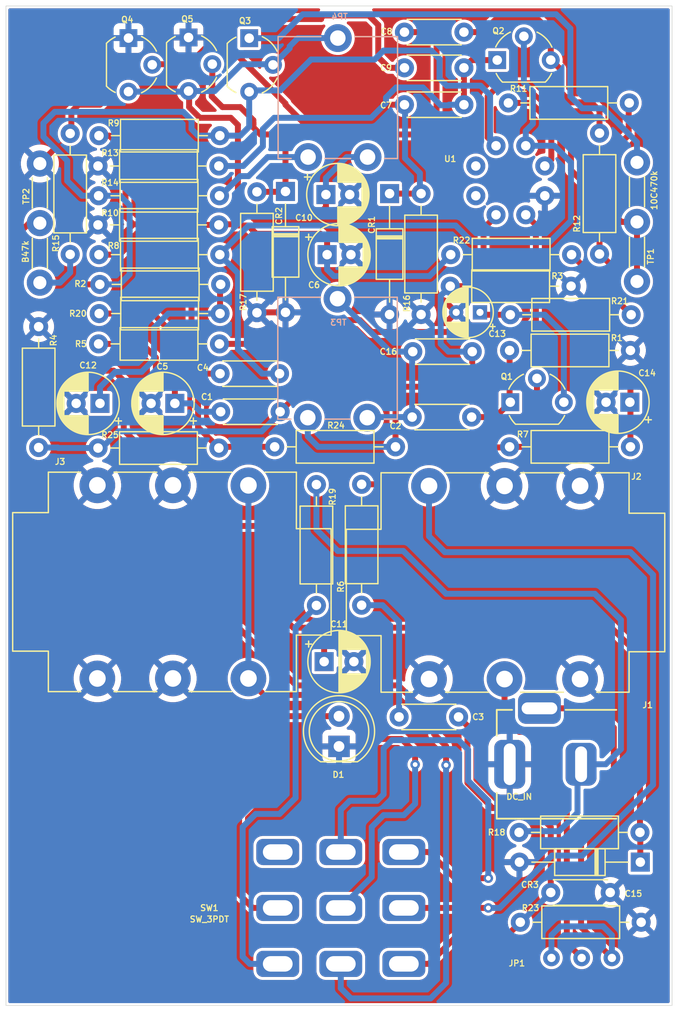
<source format=kicad_pcb>
(kicad_pcb (version 20241129) (generator "pcbnew") (generator_version "9.0")
  (layers (0 "F.Cu" signal) (2 "B.Cu" signal) (13 "F.Paste" user) (15 "B.Paste" user) (5 "F.SilkS" user "F.Silkscreen") (7 "B.SilkS" user "B.Silkscreen") (1 "F.Mask" user) (3 "B.Mask" user) (25 "Edge.Cuts" user) (39 "User.1" signal) (41 "User.2" signal) (43 "User.3" signal) (45 "User.4" signal) (47 "User.5" signal) (49 "User.6" signal) (51 "User.7" signal) (53 "User.8" signal) (55 "User.9" signal))
  (net 0 "")
  (net 1 "Net-(C3-Pad2)")
  (net 2 "GND")
  (net 3 "Net-(Q2-B)")
  (net 4 "Net-(Q3-B)")
  (net 5 "Net-(Q2-C)")
  (net 8 "Net-(Q1-B)")
  (net 9 "Net-(Q1-C)")
  (net 10 "Net-(Q2-E)")
  (net 11 "Net-(CR2-K)")
  (net 12 "Net-(C9-Pad2)")
  (net 13 "Net-(R15-Pad2)")
  (net 14 "Net-(R14-Pad2)")
  (net 15 "Net-(Q1-E)")
  (net 16 "Net-(C16-Pad1)")
  (net 17 "Net-(R20-Pad2)")
  (net 18 "Net-(C12-Pad1)")
  (net 19 "VCC")
  (net 20 "Net-(U1-+)")
  (net 21 "Net-(U1--)")
  (net 22 "Net-(C1-Pad2)")
  (net 23 "VB")
  (net 24 "Net-(Q3-E)")
  (net 25 "Net-(R11-Pad2)")
  (net 26 "Net-(CR1-K)")
  (net 27 "Net-(C14-Pad1)")
  (net 28 "Net-(SW1A-B)")
  (net 29 "BYPASS")
  (net 30 "Net-(SW1A-C)")
  (net 31 "Net-(SW1B-B)")
  (net 32 "Net-(SW1B-C)")
  (net 33 "Net-(R11-Pad1)")
  (net 34 "Net-(D1-A)")
  (net 35 "Net-(SW1C-C)")
  (net 36 "Net-(JP1-+)")
  (net 37 "Net-(JP1--)")
  (net 39 "Net-(J1-Pad2)")
  (footprint "Resistor_THT:R_Axial_DIN0207_L6.3mm_D2.5mm_P10.16mm_Horizontal" (layer "F.Cu") (at 25.4 35 180)
    (property "Reference" "R23")
    (property "Value" "4.7M")
  )
  (footprint "Capacitor_THT:C_Disc_D4.3mm_W1.9mm_P5.00mm" (layer "F.Cu") (at -4.95 -7.9 180)
    (property "Reference" "C1")
    (property "Value" "10n")
  )
  (footprint "Connector_Audio:Jack_6.35mm_Neutrik_NMJ6HCD2_Horizontal" (layer "F.Cu") (at 7.565 -1.665)
    (property "Reference" "J2")
    (property "Value" "INPUT")
  )
  (footprint "myFoot:my_conn" (layer "F.Cu") (at 17.86 38 -90)
    (property "Reference" "JP1")
    (property "Value" "Battery")
  )
  (footprint "Capacitor_THT:CP_Radial_D5.0mm_P2.00mm" (layer "F.Cu") (at -1.1 -26.15)
    (property "Reference" "C10")
    (property "Value" "10u")
  )
  (footprint "Package_TO_SOT_THT:TO-92_Wide" (layer "F.Cu") (at 14.1 -8.7)
    (property "Reference" "Q1")
    (property "Value" "MPSA18")
  )
  (footprint "Resistor_THT:R_Axial_DIN0207_L6.3mm_D2.5mm_P10.16mm_Horizontal" (layer "F.Cu") (at -20.18 -21.1)
    (property "Reference" "R8")
    (property "Value" "150k")
  )
  (footprint "Capacitor_THT:CP_Radial_D5.0mm_P2.00mm" (layer "F.Cu") (at -1 -21.1)
    (property "Reference" "C6")
    (property "Value" "1u")
  )
  (footprint "Diode_THT:D_DO-35_SOD27_P10.16mm_Horizontal" (layer "F.Cu") (at 25.33 29.95 180)
    (property "Reference" "CR3")
    (property "Value" "1N4007")
  )
  (footprint "Resistor_THT:R_Axial_DIN0207_L6.3mm_D2.5mm_P10.16mm_Horizontal" (layer "F.Cu") (at 25.3 27.45 180)
    (property "Reference" "R18")
    (property "Value" "100R")
  )
  (footprint "Resistor_THT:R_Axial_DIN0207_L6.3mm_D2.5mm_P10.16mm_Horizontal" (layer "F.Cu") (at -20.26 -4.85)
    (property "Reference" "R25")
    (property "Value" "1k")
  )
  (footprint "Capacitor_THT:C_Disc_D4.3mm_W1.9mm_P5.00mm" (layer "F.Cu") (at 10.5 -39.8 180)
    (property "Reference" "C8")
    (property "Value" "10n")
  )
  (footprint "Capacitor_THT:C_Disc_D4.3mm_W1.9mm_P5.00mm" (layer "F.Cu") (at 6.15 -7.45)
    (property "Reference" "C2")
    (property "Value" "1u")
  )
  (footprint "Resistor_THT:R_Axial_DIN0207_L6.3mm_D2.5mm_P10.16mm_Horizontal" (layer "F.Cu") (at 24.5 -4.95 180)
    (property "Reference" "R7")
    (property "Value" "470k")
  )
  (footprint "Package_TO_SOT_THT:TO-92_Wide" (layer "F.Cu") (at 13 -37.45)
    (property "Reference" "Q2")
    (property "Value" "MPSA18")
  )
  (footprint "Resistor_THT:R_Axial_DIN0207_L6.3mm_D2.5mm_P10.16mm_Horizontal" (layer "F.Cu") (at 19.51 -18.45 180)
    (property "Reference" "R3")
    (property "Value" "1M")
  )
  (footprint "Resistor_THT:R_Axial_DIN0207_L6.3mm_D2.5mm_P10.16mm_Horizontal" (layer "F.Cu") (at -20.26 -28.55)
    (property "Reference" "R13")
    (property "Value" "4.7k")
  )
  (footprint "LED_THT:LED_D5.0mm" (layer "F.Cu") (at 0 20.225 90)
    (property "Reference" "D1")
    (property "Value" "LED")
  )
  (footprint "Capacitor_THT:C_Disc_D4.3mm_W1.9mm_P5.00mm" (layer "F.Cu") (at 10.5 -33.7 180)
    (property "Reference" "C7")
    (property "Value" "10n")
  )
  (footprint "Capacitor_THT:CP_Radial_D5.0mm_P2.00mm" (layer "F.Cu") (at 24.45 -8.7 180)
    (property "Reference" "C14")
    (property "Value" "1u")
  )
  (footprint "Resistor_THT:R_Axial_DIN0207_L6.3mm_D2.5mm_P10.16mm_Horizontal" (layer "F.Cu") (at -5.41 -4.95)
    (property "Reference" "R24")
    (property "Value" "1k")
  )
  (footprint "Diode_THT:D_DO-35_SOD27_P10.16mm_Horizontal" (layer "F.Cu") (at 4.25 -26.23 -90)
    (property "Reference" "CR1")
    (property "Value" "1N4148")
  )
  (footprint "Resistor_THT:R_Axial_DIN0207_L6.3mm_D2.5mm_P10.16mm_Horizontal" (layer "F.Cu") (at -10 -16.15 180)
    (property "Reference" "R20")
    (property "Value" "220k")
  )
  (footprint "Resistor_THT:R_Axial_DIN0207_L6.3mm_D2.5mm_P10.16mm_Horizontal" (layer "F.Cu") (at -9.95 -18.6 180)
    (property "Reference" "R2")
    (property "Value" "220k")
  )
  (footprint "myFoot:my_sw_3pdt" (layer "F.Cu") (at 0.15 33.8 -90)
    (property "Reference" "SW1")
    (property "Value" "SW_3PDT")
  )
  (footprint "Connector_Audio:Jack_6.35mm_Neutrik_NMJ6HCD2_Horizontal" (layer "F.Cu") (at -7.615 14.515 180)
    (property "Reference" "J3")
    (property "Value" "OUTPUT")
  )
  (footprint "Capacitor_THT:C_Disc_D4.3mm_W1.9mm_P5.00mm" (layer "F.Cu") (at 17.8 32.5)
    (property "Reference" "C15")
    (property "Value" "470p")
  )
  (footprint "Resistor_THT:R_Axial_DIN0207_L6.3mm_D2.5mm_P10.16mm_Horizontal" (layer "F.Cu") (at 24.4 -33.85 180)
    (property "Reference" "R11")
    (property "Value" "27k")
  )
  (footprint "Capacitor_THT:C_Disc_D4.3mm_W1.9mm_P5.00mm" (layer "F.Cu") (at 6.2 -12.95)
    (property "Reference" "C16")
    (property "Value" "2.2n")
  )
  (footprint "Package_TO_SOT_THT:TO-92_Wide" (layer "F.Cu") (at -12.65 -39.65 -90)
    (property "Reference" "Q5")
    (property "Value" "MPSA18")
  )
  (footprint "Package_DIP:DIP-8_W7.62mm" (layer "F.Cu") (at 11.5 -28.55)
    (property "Reference" "U1")
    (property "Value" "CA3080" (hide yes))
  )
  (footprint "Resistor_THT:R_Axial_DIN0207_L6.3mm_D2.5mm_P10.16mm_Horizontal" (layer "F.Cu") (at -1.9 -1.78 -90)
    (property "Reference" "R19")
    (property "Value" "3.9k")
  )
  (footprint "Resistor_THT:R_Axial_DIN0207_L6.3mm_D2.5mm_P10.16mm_Horizontal" (layer "F.Cu") (at 1.9 -1.8 -90)
    (property "Reference" "R6")
    (property "Value" "10k")
  )
  (footprint "Resistor_THT:R_Axial_DIN0207_L6.3mm_D2.5mm_P10.16mm_Horizontal" (layer "F.Cu") (at -20.18 -31.1)
    (property "Reference" "R9")
    (property "Value" "56k")
  )
  (footprint "Capacitor_THT:CP_Radial_D5.0mm_P2.50mm" (layer "F.Cu") (at -1.25 13.1)
    (property "Reference" "C11")
    (property "Value" "100u")
  )
  (footprint "Resistor_THT:R_Axial_DIN0207_L6.3mm_D2.5mm_P10.16mm_Horizontal" (layer "F.Cu") (at 21.9 -31.31 -90)
    (property "Reference" "R12")
    (property "Value" "4.7k")
  )
  (footprint "Resistor_THT:R_Axial_DIN0207_L6.3mm_D2.5mm_P10.16mm_Horizontal" (layer "F.Cu") (at 6.9 -16.07 90)
    (property "Reference" "R16")
    (property "Value" "1M")
  )
  (footprint "Resistor_THT:R_Axial_DIN0207_L6.3mm_D2.5mm_P10.16mm_Horizontal" (layer "F.Cu") (at -22.6 -31.28 -90)
    (property "Reference" "R15")
    (property "Value" "10k")
  )
  (footprint "myFoot:my_pot_5mm" (layer "F.Cu") (at 25.05 -23.85 90)
    (property "Reference" "TP1")
    (property "Value" "10C470k")
  )
  (footprint "myFoot:my_DC_Jack" (layer "F.Cu") (at 27.85 21.725 180)
    (property "Reference" "J1")
    (property "Value" "DC_IN")
  )
  (footprint "Resistor_THT:R_Axial_DIN0207_L6.3mm_D2.5mm_P10.16mm_Horizontal" (layer "F.Cu") (at 24.5 -13.05 180)
    (property "Reference" "R1")
    (property "Value" "10k")
  )
  (footprint "Package_TO_SOT_THT:TO-92_Wide" (layer "F.Cu") (at -17.7 -39.6 -90)
    (property "Reference" "Q4")
    (property "Value" "MPSA18")
  )
  (footprint "Capacitor_THT:C_Disc_D4.3mm_W1.9mm_P5.00mm" (layer "F.Cu") (at 10.5 -36.8 180)
    (property "Reference" "C9")
    (property "Value" "47n")
  )
  (footprint "myFoot:my_pot_5mm" (layer "F.Cu") (at -25.15 -23.75 -90)
    (property "Reference" "TP2")
    (property "Value" "B47k")
  )
  (footprint "Resistor_THT:R_Axial_DIN0207_L6.3mm_D2.5mm_P10.16mm_Horizontal" (layer "F.Cu") (at -20.26 -23.6)
    (property "Reference" "R10")
    (property "Value" "27k")
  )
  (footprint "Capacitor_THT:CP_Radial_D4.0mm_P2.00mm" (layer "F.Cu") (at 11.85 -16.25 180)
    (property "Reference" "C13")
    (property "Value" "1u")
  )
  (footprint "Capacitor_THT:C_Disc_D4.3mm_W1.9mm_P5.00mm" (layer "F.Cu") (at -10 -11.1)
    (property "Reference" "C4")
    (property "Value" "1n")
  )
  (footprint "Resistor_THT:R_Axial_DIN0207_L6.3mm_D2.5mm_P10.16mm_Horizontal" (layer "F.Cu") (at -25.25 -15.05 -90)
    (property "Reference" "R4")
    (property "Value" "1M")
  )
  (footprint "Resistor_THT:R_Axial_DIN0207_L6.3mm_D2.5mm_P10.16mm_Horizontal" (layer "F.Cu") (at 14.4 -16.05)
    (property "Reference" "R21")
    (property "Value" "10k")
  )
  (footprint "Capacitor_THT:CP_Radial_D5.0mm_P2.00mm" (layer "F.Cu") (at -20.094888 -8.6 180)
    (property "Reference" "C12")
    (property "Value" "1u")
  )
  (footprint "Resistor_THT:R_Axial_DIN0207_L6.3mm_D2.5mm_P10.16mm_Horizontal" (layer "F.Cu") (at -20.21 -26.05)
    (property "Reference" "R14")
    (property "Value" "10k")
  )
  (footprint "Resistor_THT:R_Axial_DIN0207_L6.3mm_D2.5mm_P10.16mm_Horizontal" (layer "F.Cu") (at 19.55 -21.1 180)
    (property "Reference" "R22")
    (property "Value" "470k")
  )
  (footprint "Resistor_THT:R_Axial_DIN0207_L6.3mm_D2.5mm_P10.16mm_Horizontal" (layer "F.Cu") (at -6.9 -16.22 90)
    (property "Reference" "R17")
    (property "Value" "1M")
  )
  (footprint "Capacitor_THT:CP_Radial_D5.0mm_P2.00mm" (layer "F.Cu") (at -13.8 -8.6 180)
    (property "Reference" "C5")
    (property "Value" "1u")
  )
  (footprint "Capacitor_THT:C_Disc_D4.3mm_W1.9mm_P5.00mm" (layer "F.Cu") (at 10.05 17.75 180)
    (property "Reference" "C3")
    (property "Value" "10n")
  )
  (footprint "Diode_THT:D_DO-35_SOD27_P10.16mm_Horizontal" (layer "F.Cu") (at -4.5 -26.41 -90)
    (property "Reference" "CR2")
    (property "Value" "1N4148")
  )
  (footprint "Resistor_THT:R_Axial_DIN0207_L6.3mm_D2.5mm_P10.16mm_Horizontal" (layer "F.Cu") (at -20.21 -13.6)
    (property "Reference" "R5")
    (property "Value" "15k")
  )
  (footprint "Package_TO_SOT_THT:TO-92_Wide" (layer "F.Cu") (at -7.55 -39.59 -90)
    (property "Reference" "Q3")
    (property "Value" "MPSA18")
  )
  (footprint "Potentiometer_THT:Potentiometer_ACP_CA9-V10_Vertical_Hole" (layer "B.Cu") (at -2.6 -29.3 90)
    (property "Reference" "TP4")
    (property "Value" "200k")
  )
  (footprint "Potentiometer_THT:Potentiometer_ACP_CA9-V10_Vertical_Hole" (layer "B.Cu") (at -2.625 -7.4 90)
    (property "Reference" "TP3")
    (property "Value" "200k")
  )
  (gr_rect (start -28 -42) (end 28 42) (stroke (width 0.05)) (fill no) (layer "Edge.Cuts"))
  (segment (start 5.05 9.75) (end 3.66 8.36) (width 0.5) (layer "B.Cu") (net 1))
  (segment (start 5.05 17.75) (end 5.05 9.75) (width 0.5) (layer "B.Cu") (net 1))
  (segment (start 3.66 8.36) (end 1.9 8.36) (width 0.5) (layer "B.Cu") (net 1))
  (segment (start -6.87 -16.25) (end -6.9 -16.22) (width 0.5) (layer "F.Cu") (net 2))
  (segment (start -4.5 -16.25) (end -6.87 -16.25) (width 0.5) (layer "F.Cu") (net 2))
  (segment (start -8.5 -19.55) (end -10.02 -21.07) (width 0.5) (layer "B.Cu") (net 3))
  (segment (start 15.7 -31.5) (end 15.7 -30.25) (width 0.5) (layer "B.Cu") (net 3))
  (segment (start -5 -11.1) (end -6.45 -11.1) (width 0.5) (layer "B.Cu") (net 3))
  (segment (start -10.02 -21.07) (end -10.02 -21.1) (width 0.5) (layer "B.Cu") (net 3))
  (segment (start 15.54 -39.45) (end 15.54 -35.56) (width 0.5) (layer "B.Cu") (net 3))
  (segment (start -10.02 -21.1) (end -10.02 -21.13) (width 0.5) (layer "B.Cu") (net 3))
  (segment (start 16.3 -34.8) (end 16.3 -32.1) (width 0.5) (layer "B.Cu") (net 3))
  (segment (start 18.1 -30.25) (end 15.7 -30.25) (width 0.5) (layer "B.Cu") (net 3))
  (segment (start 11.2 -22.15) (end 17.7 -22.15) (width 0.5) (layer "B.Cu") (net 3))
  (segment (start -10.02 -21.13) (end -7.6 -23.55) (width 0.5) (layer "B.Cu") (net 3))
  (segment (start 17.7 -22.15) (end 19.5 -23.95) (width 0.5) (layer "B.Cu") (net 3))
  (segment (start -6.45 -11.1) (end -8.5 -13.15) (width 0.5) (layer "B.Cu") (net 3))
  (segment (start 16.3 -32.1) (end 15.7 -31.5) (width 0.5) (layer "B.Cu") (net 3))
  (segment (start -8.5 -13.15) (end -8.5 -19.55) (width 0.5) (layer "B.Cu") (net 3))
  (segment (start 15.54 -35.56) (end 16.3 -34.8) (width 0.5) (layer "B.Cu") (net 3))
  (segment (start 19.5 -28.85) (end 18.1 -30.25) (width 0.5) (layer "B.Cu") (net 3))
  (segment (start 19.5 -23.95) (end 19.5 -28.85) (width 0.5) (layer "B.Cu") (net 3))
  (segment (start -7.6 -23.55) (end 9.8 -23.55) (width 0.5) (layer "B.Cu") (net 3))
  (segment (start 9.8 -23.55) (end 11.2 -22.15) (width 0.5) (layer "B.Cu") (net 3))
  (segment (start -8.5 -32) (end -8.5 -25.7) (width 0.5) (layer "F.Cu") (net 4))
  (segment (start -12.6 -34.8) (end -12.6 -33.5) (width 0.5) (layer "F.Cu") (net 4))
  (segment (start -12.65 -34.85) (end -12.6 -34.8) (width 0.5) (layer "F.Cu") (net 4))
  (segment (start -9.1 -32.6) (end -8.5 -32) (width 0.5) (layer "F.Cu") (net 4))
  (segment (start -1.1 -25.1) (end -1.1 -26.15) (width 0.5) (layer "F.Cu") (net 4))
  (segment (start -12.6 -33.5) (end -11.7 -32.6) (width 0.5) (layer "F.Cu") (net 4))
  (segment (start -7.5 -24.7) (end -1.5 -24.7) (width 0.5) (layer "F.Cu") (net 4))
  (segment (start -11.7 -32.6) (end -9.1 -32.6) (width 0.5) (layer "F.Cu") (net 4))
  (segment (start -8.5 -25.7) (end -7.5 -24.7) (width 0.5) (layer "F.Cu") (net 4))
  (segment (start -1.5 -24.7) (end -1.1 -25.1) (width 0.5) (layer "F.Cu") (net 4))
  (segment (start -5.6 -37.1) (end -5.55 -37.05) (width 0.5) (layer "B.Cu") (net 4))
  (segment (start -8.2 -37.1) (end -5.6 -37.1) (width 0.5) (layer "B.Cu") (net 4))
  (segment (start -3.45 -39.3) (end -4.15 -38.6) (width 0.5) (layer "B.Cu") (net 4))
  (segment (start -1.1 -26.15) (end -1.1 -27.55) (width 0.5) (layer "B.Cu") (net 4))
  (segment (start 0.65 -29.3) (end 2.4 -29.3) (width 0.5) (layer "B.Cu") (net 4))
  (segment (start -4.15 -38.45) (end -4.15 -38.6) (width 0.5) (layer "B.Cu") (net 4))
  (segment (start -17.7 -34.8) (end -12.7 -34.8) (width 0.5) (layer "B.Cu") (net 4))
  (segment (start -1.1 -27.55) (end 0.65 -29.3) (width 0.5) (layer "B.Cu") (net 4))
  (segment (start -12.65 -34.85) (end -10.45 -34.85) (width 0.5) (layer "B.Cu") (net 4))
  (segment (start -0.1 -39.3) (end -3.45 -39.3) (width 0.5) (layer "B.Cu") (net 4))
  (segment (start -10.45 -34.85) (end -8.2 -37.1) (width 0.5) (layer "B.Cu") (net 4))
  (segment (start -5.55 -37.05) (end -4.15 -38.45) (width 0.5) (layer "B.Cu") (net 4))
  (segment (start -12.7 -34.8) (end -12.65 -34.85) (width 0.5) (layer "B.Cu") (net 4))
  (segment (start 18.6 -34.8) (end 19.5 -33.9) (width 0.5) (layer "F.Cu") (net 5))
  (segment (start 13.1 -40.8) (end 16.8 -40.8) (width 0.5) (layer "F.Cu") (net 5))
  (segment (start 21.9 -33.2) (end 21.9 -31.31) (width 0.5) (layer "F.Cu") (net 5))
  (segment (start 17.8 -37.45) (end 17.85 -37.45) (width 0.5) (layer "F.Cu") (net 5))
  (segment (start 21.2 -33.9) (end 21.9 -33.2) (width 0.5) (layer "F.Cu") (net 5))
  (segment (start 17.85 -37.45) (end 18.6 -36.7) (width 0.5) (layer "F.Cu") (net 5))
  (segment (start 12.1 -39.8) (end 13.1 -40.8) (width 0.5) (layer "F.Cu") (net 5))
  (segment (start 10.5 -39.8) (end 12.1 -39.8) (width 0.5) (layer "F.Cu") (net 5))
  (segment (start 18.6 -36.7) (end 18.6 -34.8) (width 0.5) (layer "F.Cu") (net 5))
  (segment (start 16.8 -40.8) (end 17.8 -39.8) (width 0.5) (layer "F.Cu") (net 5))
  (segment (start 19.5 -33.9) (end 21.2 -33.9) (width 0.5) (layer "F.Cu") (net 5))
  (segment (start 17.8 -39.8) (end 17.8 -37.45) (width 0.5) (layer "F.Cu") (net 5))
  (segment (start 4.45 -1.8) (end 7.55 -4.9) (width 0.5) (layer "F.Cu") (net 8))
  (segment (start 16.64 -10.7) (end 16.64 -5.49) (width 0.5) (layer "F.Cu") (net 8))
  (segment (start 1.9 -1.8) (end 4.45 -1.8) (width 0.5) (layer "F.Cu") (net 8))
  (segment (start 7.55 -4.9) (end 14.29 -4.9) (width 0.5) (layer "F.Cu") (net 8))
  (segment (start 14.29 -4.9) (end 14.34 -4.95) (width 0.5) (layer "F.Cu") (net 8))
  (segment (start 16.64 -5.49) (end 16.1 -4.95) (width 0.5) (layer "F.Cu") (net 8))
  (segment (start 16.1 -4.95) (end 14.34 -4.95) (width 0.5) (layer "F.Cu") (net 8))
  (segment (start 12.05 -16.05) (end 11.85 -16.25) (width 0.5) (layer "F.Cu") (net 9))
  (segment (start 14.4 -16.05) (end 12.05 -16.05) (width 0.5) (layer "F.Cu") (net 9))
  (segment (start 18.9 -14.45) (end 18.9 -8.7) (width 0.5) (layer "B.Cu") (net 9))
  (segment (start 14.4 -16.05) (end 17.3 -16.05) (width 0.5) (layer "B.Cu") (net 9))
  (segment (start 17.3 -16.05) (end 18.9 -14.45) (width 0.5) (layer "B.Cu") (net 9))
  (segment (start 10.5 -33.7) (end 10.5 -36.8) (width 0.5) (layer "F.Cu") (net 10))
  (segment (start 13.3 -37.45) (end 11.15 -37.45) (width 0.5) (layer "F.Cu") (net 10))
  (segment (start 11.15 -37.45) (end 10.5 -36.8) (width 0.5) (layer "F.Cu") (net 10))
  (segment (start 2.7 -32.6) (end 3.95 -33.85) (width 0.5) (layer "B.Cu") (net 10))
  (segment (start -10.1 -28.55) (end -8.05 -28.55) (width 0.5) (layer "B.Cu") (net 10))
  (segment (start -5.45 -32.6) (end 2.7 -32.6) (width 0.5) (layer "B.Cu") (net 10))
  (segment (start 3.95 -33.85) (end 3.95 -34.3) (width 0.5) (layer "B.Cu") (net 10))
  (segment (start -6.4 -31.65) (end -5.45 -32.6) (width 0.5) (layer "B.Cu") (net 10))
  (segment (start 9.2 -33.65) (end 9.25 -33.7) (width 0.5) (layer "B.Cu") (net 10))
  (segment (start 9.25 -33.7) (end 10.5 -33.7) (width 0.5) (layer "B.Cu") (net 10))
  (segment (start -8.05 -28.55) (end -6.4 -30.2) (width 0.5) (layer "B.Cu") (net 10))
  (segment (start 3.95 -34.3) (end 4.8 -35.15) (width 0.5) (layer "B.Cu") (net 10))
  (segment (start -6.4 -30.2) (end -6.4 -31.65) (width 0.5) (layer "B.Cu") (net 10))
  (segment (start 7.05 -35.15) (end 8.55 -33.65) (width 0.5) (layer "B.Cu") (net 10))
  (segment (start 8.55 -33.65) (end 9.2 -33.65) (width 0.5) (layer "B.Cu") (net 10))
  (segment (start 4.8 -35.15) (end 7.05 -35.15) (width 0.5) (layer "B.Cu") (net 10))
  (segment (start -9.8 -33.5) (end -8.3 -33.5) (width 0.5) (layer "F.Cu") (net 11))
  (segment (start -7.2 -32.2) (end -7.2 -31.8) (width 0.5) (layer "F.Cu") (net 11))
  (segment (start -10.7 -34.4) (end -9.8 -33.5) (width 0.5) (layer "F.Cu") (net 11))
  (segment (start -10.65 -35.25) (end -10.7 -35.2) (width 0.5) (layer "F.Cu") (net 11))
  (segment (start 6.9 -31.2) (end -3.4 -31.2) (width 0.5) (layer "F.Cu") (net 11))
  (segment (start -10.65 -37.11) (end -10.65 -35.25) (width 0.5) (layer "F.Cu") (net 11))
  (segment (start -8.3 -33.5) (end -7.2 -32.4) (width 0.5) (layer "F.Cu") (net 11))
  (segment (start -5.6 -31.2) (end -4.5 -30.1) (width 0.5) (layer "F.Cu") (net 11))
  (segment (start -7.2 -32) (end -7.2 -32.2) (width 0.5) (layer "F.Cu") (net 11))
  (segment (start -7.2 -31.8) (end -6.6 -31.2) (width 0.5) (layer "F.Cu") (net 11))
  (segment (start 8.2 -38.9) (end 8.2 -32.5) (width 0.5) (layer "F.Cu") (net 11))
  (segment (start 7.3 -39.8) (end 8.2 -38.9) (width 0.5) (layer "F.Cu") (net 11))
  (segment (start 8.2 -32.5) (end 7 -31.3) (width 0.5) (layer "F.Cu") (net 11))
  (segment (start 7 -31.3) (end 7.2 -31.5) (width 0.5) (layer "F.Cu") (net 11))
  (segment (start -6.9 -26.38) (end -4.53 -26.38) (width 0.5) (layer "F.Cu") (net 11))
  (segment (start 5.5 -39.8) (end 7.3 -39.8) (width 0.5) (layer "F.Cu") (net 11))
  (segment (start -10.7 -35.2) (end -10.7 -34.4) (width 0.5) (layer "F.Cu") (net 11))
  (segment (start 7.2 -31.5) (end 6.9 -31.2) (width 0.5) (layer "F.Cu") (net 11))
  (segment (start -4.53 -26.38) (end -4.5 -26.41) (width 0.5) (layer "F.Cu") (net 11))
  (segment (start -6.6 -31.2) (end -5.6 -31.2) (width 0.5) (layer "F.Cu") (net 11))
  (segment (start -4.5 -30.1) (end -4.5 -26.41) (width 0.5) (layer "F.Cu") (net 11))
  (segment (start -3.4 -31.2) (end -4.5 -30.1) (width 0.5) (layer "F.Cu") (net 11))
  (segment (start -7.2 -32.4) (end -7.2 -32) (width 0.5) (layer "F.Cu") (net 11))
  (segment (start 2.5 -41.2) (end -1.3 -41.2) (width 0.5) (layer "F.Cu") (net 12))
  (segment (start -20.1 -33.7) (end -21.9 -33.7) (width 0.5) (layer "F.Cu") (net 12))
  (segment (start -18.7 -40.9) (end -19.4 -40.2) (width 0.5) (layer "F.Cu") (net 12))
  (segment (start -1.5 -40.9) (end -18.7 -40.9) (width 0.5) (layer "F.Cu") (net 12))
  (segment (start 3.3 -37.7) (end 3.3 -40.4) (width 0.5) (layer "F.Cu") (net 12))
  (segment (start -22.5 -31.38) (end -22.6 -31.28) (width 0.5) (layer "F.Cu") (net 12))
  (segment (start 3.3 -40.4) (end 2.5 -41.2) (width 0.5) (layer "F.Cu") (net 12))
  (segment (start 4.2 -36.8) (end 3.3 -37.7) (width 0.5) (layer "F.Cu") (net 12))
  (segment (start -22.5 -33.1) (end -22.5 -31.38) (width 0.5) (layer "F.Cu") (net 12))
  (segment (start -1.5 -41) (end -1.5 -40.9) (width 0.5) (layer "F.Cu") (net 12))
  (segment (start -21.9 -33.7) (end -22.5 -33.1) (width 0.5) (layer "F.Cu") (net 12))
  (segment (start -19.4 -40.2) (end -19.4 -34.4) (width 0.5) (layer "F.Cu") (net 12))
  (segment (start 5.5 -36.8) (end 4.2 -36.8) (width 0.5) (layer "F.Cu") (net 12))
  (segment (start -1.3 -41.2) (end -1.5 -41) (width 0.5) (layer "F.Cu") (net 12))
  (segment (start -19.4 -34.4) (end -20.1 -33.7) (width 0.5) (layer "F.Cu") (net 12))
  (segment (start -22.6 -19.6) (end -23.4538 -18.7462) (width 0.5) (layer "B.Cu") (net 13))
  (segment (start -22.6 -21.12) (end -22.6 -19.6) (width 0.5) (layer "B.Cu") (net 13))
  (segment (start -23.4538 -18.7462) (end -25.15 -18.7462) (width 0.5) (layer "B.Cu") (net 13))
  (segment (start -6 -29.3) (end -2.6 -29.3) (width 0.5) (layer "B.Cu") (net 14))
  (segment (start -8.3 -27.7) (end -7.6 -27.7) (width 0.5) (layer "B.Cu") (net 14))
  (segment (start -10.05 -26.05) (end -9.95 -26.05) (width 0.5) (layer "B.Cu") (net 14))
  (segment (start -9.95 -26.05) (end -8.3 -27.7) (width 0.5) (layer "B.Cu") (net 14))
  (segment (start -7.6 -27.7) (end -6 -29.3) (width 0.5) (layer "B.Cu") (net 14))
  (segment (start 14.34 -13.05) (end 14.34 -8.76) (width 0.5) (layer "F.Cu") (net 15))
  (segment (start 14.34 -8.76) (end 14.4 -8.7) (width 0.5) (layer "F.Cu") (net 15))
  (segment (start 13.15 -7.45) (end 14.4 -8.7) (width 0.5) (layer "F.Cu") (net 15))
  (segment (start 11.15 -7.45) (end 13.15 -7.45) (width 0.5) (layer "F.Cu") (net 15))
  (segment (start 6.15 -7.45) (end 2.425 -7.45) (width 0.5) (layer "B.Cu") (net 16))
  (segment (start 4.3 -12.95) (end 6.2 -12.95) (width 0.5) (layer "B.Cu") (net 16))
  (segment (start -0.125 -17.375) (end 4.3 -12.95) (width 0.5) (layer "B.Cu") (net 16))
  (segment (start -0.125 -17.4) (end -0.125 -17.375) (width 0.5) (layer "B.Cu") (net 16))
  (segment (start 6.15 -7.45) (end 6.15 -12.9) (width 0.5) (layer "B.Cu") (net 16))
  (segment (start 6.15 -12.9) (end 6.2 -12.95) (width 0.5) (layer "B.Cu") (net 16))
  (segment (start 2.425 -7.45) (end 2.375 -7.4) (width 0.5) (layer "B.Cu") (net 16))
  (segment (start -18.65 -16.15) (end -18.6 -16.1) (width 0.5) (layer "F.Cu") (net 17))
  (segment (start -14.05 -14.55) (end -14.05 -11.6) (width 0.5) (layer "F.Cu") (net 17))
  (segment (start -10 -4.95) (end -10.1 -4.85) (width 0.5) (layer "F.Cu") (net 17))
  (segment (start -18.6 -16.1) (end -15.6 -16.1) (width 0.5) (layer "F.Cu") (net 17))
  (segment (start -14.05 -11.6) (end -11.85 -9.4) (width 0.5) (layer "F.Cu") (net 17))
  (segment (start -11.85 -9.4) (end -11.85 -6.6) (width 0.5) (layer "F.Cu") (net 17))
  (segment (start -20.16 -16.15) (end -18.65 -16.15) (width 0.5) (layer "F.Cu") (net 17))
  (segment (start -11.85 -6.6) (end -10.1 -4.85) (width 0.5) (layer "F.Cu") (net 17))
  (segment (start -5.41 -4.95) (end -10 -4.95) (width 0.5) (layer "F.Cu") (net 17))
  (segment (start -15.6 -16.1) (end -14.05 -14.55) (width 0.5) (layer "F.Cu") (net 17))
  (segment (start -10 -18.55) (end -10 -16.15) (width 0.5) (layer "F.Cu") (net 18))
  (segment (start -9.95 -18.6) (end -10 -18.55) (width 0.5) (layer "F.Cu") (net 18))
  (segment (start -18.8 -11.25) (end -20.094888 -9.955112) (width 0.5) (layer "B.Cu") (net 18))
  (segment (start -20.094888 -9.955112) (end -20.094888 -8.6) (width 0.5) (layer "B.Cu") (net 18))
  (segment (start -10 -16.15) (end -14.35 -16.15) (width 0.5) (layer "B.Cu") (net 18))
  (segment (start -14.35 -16.15) (end -15.55 -14.95) (width 0.5) (layer "B.Cu") (net 18))
  (segment (start -16.6 -11.25) (end -18.8 -11.25) (width 0.5) (layer "B.Cu") (net 18))
  (segment (start -15.55 -12.3) (end -16.6 -11.25) (width 0.5) (layer "B.Cu") (net 18))
  (segment (start -15.55 -14.95) (end -15.55 -12.3) (width 0.5) (layer "B.Cu") (net 18))
  (segment (start -5 3.35) (end -5 9.1) (width 0.5) (layer "F.Cu") (net 19))
  (segment (start 12.5 -34.4) (end 13.6 -35.5) (width 0.5) (layer "F.Cu") (net 19))
  (segment (start -2.2 10.25) (end -1.25 11.2) (width 0.5) (layer "F.Cu") (net 19))
  (segment (start 22.9 10.25) (end -0.3 10.25) (width 0.5) (layer "F.Cu") (net 19))
  (segment (start 13.6 -35.5) (end 16.5 -35.5) (width 0.5) (layer "F.Cu") (net 19))
  (segment (start 16.5 -35.5) (end 19.5 -32.5) (width 0.5) (layer "F.Cu") (net 19))
  (segment (start -0.3 10.25) (end -1.25 11.2) (width 0.5) (layer "F.Cu") (net 19))
  (segment (start 23.2 -19.9) (end 23.2 -17.41) (width 0.5) (layer "F.Cu") (net 19))
  (segment (start 13.2 -30.25) (end 12.5 -30.95) (width 0.5) (layer "F.Cu") (net 19))
  (segment (start 23.2 -17.41) (end 24.56 -16.05) (width 0.5) (layer "F.Cu") (net 19))
  (segment (start -16.5 -4.75) (end -12.8 -4.75) (width 0.5) (layer "F.Cu") (net 19))
  (segment (start 25.3 27.45) (end 25.3 12.65) (width 0.5) (layer "F.Cu") (net 19))
  (segment (start -10.9 0.45) (end -9.65 1.7) (width 0.5) (layer "F.Cu") (net 19))
  (segment (start -5 9.1) (end -3.85 10.25) (width 0.5) (layer "F.Cu") (net 19))
  (segment (start 19.5 -28.2) (end 21.9 -25.8) (width 0.5) (layer "F.Cu") (net 19))
  (segment (start -18.95 -11.35) (end -18.1 -10.5) (width 0.5) (layer "F.Cu") (net 19))
  (segment (start -6.65 1.7) (end -5 3.35) (width 0.5) (layer "F.Cu") (net 19))
  (segment (start -18.1 -6.35) (end -16.5 -4.75) (width 0.5) (layer "F.Cu") (net 19))
  (segment (start 21.9 -21.15) (end 21.95 -21.15) (width 0.5) (layer "F.Cu") (net 19))
  (segment (start 25.33 29.95) (end 25.33 27.48) (width 0.5) (layer "F.Cu") (net 19))
  (segment (start 25.33 27.48) (end 25.3 27.45) (width 0.5) (layer "F.Cu") (net 19))
  (segment (start -9.65 1.7) (end -6.65 1.7) (width 0.5) (layer "F.Cu") (net 19))
  (segment (start -20.11 -18.6) (end -21.65 -18.6) (width 0.5) (layer "F.Cu") (net 19))
  (segment (start -22.4 -12.45) (end -21.3 -11.35) (width 0.5) (layer "F.Cu") (net 19))
  (segment (start -1.25 11.2) (end -1.25 13.1) (width 0.5) (layer "F.Cu") (net 19))
  (segment (start 19.5 -32.5) (end 19.5 -28.2) (width 0.5) (layer "F.Cu") (net 19))
  (segment (start -22.4 -17.85) (end -22.4 -12.45) (width 0.5) (layer "F.Cu") (net 19))
  (segment (start 21.95 -21.15) (end 23.2 -19.9) (width 0.5) (layer "F.Cu") (net 19))
  (segment (start -18.1 -10.5) (end -18.1 -6.35) (width 0.5) (layer "F.Cu") (net 19))
  (segment (start 21.9 -25.8) (end 21.9 -21.15) (width 0.5) (layer "F.Cu") (net 19))
  (segment (start 12.5 -30.95) (end 12.5 -34.4) (width 0.5) (layer "F.Cu") (net 19))
  (segment (start -21.3 -11.35) (end -18.95 -11.35) (width 0.5) (layer "F.Cu") (net 19))
  (segment (start -10.9 -2.85) (end -10.9 0.45) (width 0.5) (layer "F.Cu") (net 19))
  (segment (start -3.85 10.25) (end -2.2 10.25) (width 0.5) (layer "F.Cu") (net 19))
  (segment (start 25.3 12.65) (end 22.9 10.25) (width 0.5) (layer "F.Cu") (net 19))
  (segment (start -21.65 -18.6) (end -22.4 -17.85) (width 0.5) (layer "F.Cu") (net 19))
  (segment (start -12.8 -4.75) (end -10.9 -2.85) (width 0.5) (layer "F.Cu") (net 19))
  (segment (start -2.35 -37.5) (end -4.95 -34.9) (width 0.5) (layer "B.Cu") (net 19))
  (segment (start -21.6 -26.05) (end -22.85 -27.3) (width 0.5) (layer "B.Cu") (net 19))
  (segment (start -18.4 -26.05) (end -17.6 -25.25) (width 0.5) (layer "B.Cu") (net 19))
  (segment (start 9.05 -35.3) (end 8.45 -35.9) (width 0.5) (layer "B.Cu") (net 19))
  (segment (start 8.45 -35.9) (end 8.45 -37.55) (width 0.5) (layer "B.Cu") (net 19))
  (segment (start 8.45 -37.55) (end 7.75 -38.25) (width 0.5) (layer "B.Cu") (net 19))
  (segment (start -23.9 -33.1) (end -13.1 -33.1) (width 0.5) (layer "B.Cu") (net 19))
  (segment (start -22.85 -27.3) (end -22.85 -29) (width 0.5) (layer "B.Cu") (net 19))
  (segment (start 13.2 -30.25) (end 12.7 -30.75) (width 0.5) (layer "B.Cu") (net 19))
  (segment (start -17.6 -19.45) (end -18.45 -18.6) (width 0.5) (layer "B.Cu") (net 19))
  (segment (start -12.4 -31.65) (end -11.85 -31.1) (width 0.5) (layer "B.Cu") (net 19))
  (segment (start -8.3 -31.1) (end -10.02 -31.1) (width 0.5) (layer "B.Cu") (net 19))
  (segment (start -24.85 -32.15) (end -23.9 -33.1) (width 0.5) (layer "B.Cu") (net 19))
  (segment (start 3.75 -38.25) (end 3 -37.5) (width 0.5) (layer "B.Cu") (net 19))
  (segment (start -13.1 -33.1) (end -12.4 -32.4) (width 0.5) (layer "B.Cu") (net 19))
  (segment (start -12.4 -32.4) (end -12.4 -31.65) (width 0.5) (layer "B.Cu") (net 19))
  (segment (start -22.85 -29) (end -24.85 -31) (width 0.5) (layer "B.Cu") (net 19))
  (segment (start 3 -37.5) (end -2.35 -37.5) (width 0.5) (layer "B.Cu") (net 19))
  (segment (start 11.9 -35.3) (end 9.05 -35.3) (width 0.5) (layer "B.Cu") (net 19))
  (segment (start 7.75 -38.25) (end 3.75 -38.25) (width 0.5) (layer "B.Cu") (net 19))
  (segment (start -17.6 -25.25) (end -17.6 -19.45) (width 0.5) (layer "B.Cu") (net 19))
  (segment (start -7.55 -34.79) (end -7.55 -31.85) (width 0.5) (layer "B.Cu") (net 19))
  (segment (start -20.21 -26.05) (end -18.4 -26.05) (width 0.5) (layer "B.Cu") (net 19))
  (segment (start 12.7 -34.5) (end 11.9 -35.3) (width 0.5) (layer "B.Cu") (net 19))
  (segment (start -7.55 -31.85) (end -8.3 -31.1) (width 0.5) (layer "B.Cu") (net 19))
  (segment (start -11.85 -31.1) (end -10.02 -31.1) (width 0.5) (layer "B.Cu") (net 19))
  (segment (start -24.85 -31) (end -24.85 -32.15) (width 0.5) (layer "B.Cu") (net 19))
  (segment (start -4.95 -34.9) (end -7.44 -34.9) (width 0.5) (layer "B.Cu") (net 19))
  (segment (start -20.21 -26.05) (end -21.6 -26.05) (width 0.5) (layer "B.Cu") (net 19))
  (segment (start -7.44 -34.9) (end -7.55 -34.79) (width 0.5) (layer "B.Cu") (net 19))
  (segment (start 12.7 -30.75) (end 12.7 -34.5) (width 0.5) (layer "B.Cu") (net 19))
  (segment (start -18.45 -18.6) (end -20.11 -18.6) (width 0.5) (layer "B.Cu") (net 19))
  (segment (start 15.65 -14.6) (end 2.75 -14.6) (width 0.5) (layer "F.Cu") (net 20))
  (segment (start 16.55 -23.6) (end 16.55 -15.5) (width 0.5) (layer "F.Cu") (net 20))
  (segment (start 2.75 -14.6) (end 1.75 -15.6) (width 0.5) (layer "F.Cu") (net 20))
  (segment (start -3.4 -13.6) (end -3.35 -13.65) (width 0.5) (layer "F.Cu") (net 20))
  (segment (start 15.7 -24.45) (end 16.55 -23.6) (width 0.5) (layer "F.Cu") (net 20))
  (segment (start -1.4 -15.6) (end -3.35 -13.65) (width 0.5) (layer "F.Cu") (net 20))
  (segment (start -3.35 -9.5) (end -3.35 -13.65) (width 0.5) (layer "F.Cu") (net 20))
  (segment (start 1.75 -15.6) (end -1.4 -15.6) (width 0.5) (layer "F.Cu") (net 20))
  (segment (start -4.95 -7.9) (end -3.35 -9.5) (width 0.5) (layer "F.Cu") (net 20))
  (segment (start 16.55 -15.5) (end 15.65 -14.6) (width 0.5) (layer "F.Cu") (net 20))
  (segment (start -10.05 -13.6) (end -3.4 -13.6) (width 0.5) (layer "F.Cu") (net 20))
  (segment (start -20.26 -4.85) (end -23.6 -4.85) (width 0.5) (layer "B.Cu") (net 20))
  (segment (start -4.95 -7.8) (end -6.5 -6.25) (width 0.5) (layer "B.Cu") (net 20))
  (segment (start -4.95 -7.9) (end -4.95 -7.8) (width 0.5) (layer "B.Cu") (net 20))
  (segment (start -19.95 -4.85) (end -20.26 -4.85) (width 0.5) (layer "B.Cu") (net 20))
  (segment (start -18.55 -6.25) (end -19.95 -4.85) (width 0.5) (layer "B.Cu") (net 20))
  (segment (start -23.64 -4.89) (end -23.6 -4.85) (width 0.5) (layer "B.Cu") (net 20))
  (segment (start -25.25 -4.89) (end -23.64 -4.89) (width 0.5) (layer "B.Cu") (net 20))
  (segment (start -6.5 -6.25) (end -18.55 -6.25) (width 0.5) (layer "B.Cu") (net 20))
  (segment (start 10.55 -10) (end 11.2 -10.65) (width 0.5) (layer "F.Cu") (net 21))
  (segment (start 11.2 -10.65) (end 11.2 -12.95) (width 0.5) (layer "F.Cu") (net 21))
  (segment (start 13.2 -24.35) (end 12.15 -23.3) (width 0.5) (layer "F.Cu") (net 21))
  (segment (start 4.75 -4.95) (end 4.75 -9.4) (width 0.5) (layer "F.Cu") (net 21))
  (segment (start 12.15 -19.3) (end 11.3 -18.45) (width 0.5) (layer "F.Cu") (net 21))
  (segment (start 13.2 -24.45) (end 13.2 -24.35) (width 0.5) (layer "F.Cu") (net 21))
  (segment (start 5.35 -10) (end 10.55 -10) (width 0.5) (layer "F.Cu") (net 21))
  (segment (start 11.3 -18.45) (end 9.35 -18.45) (width 0.5) (layer "F.Cu") (net 21))
  (segment (start 4.75 -9.4) (end 5.35 -10) (width 0.5) (layer "F.Cu") (net 21))
  (segment (start 12.15 -23.3) (end 12.15 -19.3) (width 0.5) (layer "F.Cu") (net 21))
  (segment (start -2.625 -5.825) (end -1.75 -4.95) (width 0.5) (layer "B.Cu") (net 21))
  (segment (start 9.2 -12.95) (end 8.55 -13.6) (width 0.5) (layer "B.Cu") (net 21))
  (segment (start 11.2 -12.95) (end 9.2 -12.95) (width 0.5) (layer "B.Cu") (net 21))
  (segment (start 8.55 -17.65) (end 9.35 -18.45) (width 0.5) (layer "B.Cu") (net 21))
  (segment (start -2.625 -7.4) (end -2.625 -5.825) (width 0.5) (layer "B.Cu") (net 21))
  (segment (start 8.55 -13.6) (end 8.55 -17.65) (width 0.5) (layer "B.Cu") (net 21))
  (segment (start -1.75 -4.95) (end 4.75 -4.95) (width 0.5) (layer "B.Cu") (net 21))
  (segment (start -15.4 -11.4) (end -13.8 -9.8) (width 0.5) (layer "F.Cu") (net 22))
  (segment (start -16.55 -13.6) (end -15.4 -12.45) (width 0.5) (layer "F.Cu") (net 22))
  (segment (start -15.4 -12.45) (end -15.4 -11.4) (width 0.5) (layer "F.Cu") (net 22))
  (segment (start -20.21 -13.6) (end -16.55 -13.6) (width 0.5) (layer "F.Cu") (net 22))
  (segment (start -13.8 -9.8) (end -13.8 -8.6) (width 0.5) (layer "F.Cu") (net 22))
  (segment (start -11.65 -7.9) (end -9.95 -7.9) (width 0.5) (layer "B.Cu") (net 22))
  (segment (start -12.35 -8.6) (end -11.65 -7.9) (width 0.5) (layer "B.Cu") (net 22))
  (segment (start -13.8 -8.6) (end -12.35 -8.6) (width 0.5) (layer "B.Cu") (net 22))
  (segment (start -1.55 -22.85) (end -1 -22.3) (width 0.5) (layer "F.Cu") (net 23))
  (segment (start -13.2 -23.65) (end -12.4 -22.85) (width 0.5) (layer "F.Cu") (net 23))
  (segment (start -11.1 -11.1) (end -12.4 -12.4) (width 0.5) (layer "F.Cu") (net 23))
  (segment (start -8.75 -23.55) (end -7.65 -23.55) (width 0.5) (layer "F.Cu") (net 23))
  (segment (start -17.9 -21.65) (end -17.9 -23.05) (width 0.5) (layer "F.Cu") (net 23))
  (segment (start -17.95 -24.3) (end -17.3 -23.65) (width 0.5) (layer "F.Cu") (net 23))
  (segment (start -11.65 -23.6) (end -10.1 -23.6) (width 0.5) (layer "F.Cu") (net 23))
  (segment (start -20.18 -21.1) (end -18.45 -21.1) (width 0.5) (layer "F.Cu") (net 23))
  (segment (start -17.9 -23.05) (end -17.3 -23.65) (width 0.5) (layer "F.Cu") (net 23))
  (segment (start -12.4 -12.4) (end -12.4 -22.85) (width 0.5) (layer "F.Cu") (net 23))
  (segment (start -7.65 -23.55) (end -6.95 -22.85) (width 0.5) (layer "F.Cu") (net 23))
  (segment (start -17.95 -29.75) (end -17.95 -24.3) (width 0.5) (layer "F.Cu") (net 23))
  (segment (start -10 -11.1) (end -11.1 -11.1) (width 0.5) (layer "F.Cu") (net 23))
  (segment (start -17.3 -23.65) (end -13.2 -23.65) (width 0.5) (layer "F.Cu") (net 23))
  (segment (start -8.85 -23.65) (end -8.75 -23.55) (width 0.5) (layer "F.Cu") (net 23))
  (segment (start -20.18 -31.1) (end -19.3 -31.1) (width 0.5) (layer "F.Cu") (net 23))
  (segment (start -18.45 -21.1) (end -17.9 -21.65) (width 0.5) (layer "F.Cu") (net 23))
  (segment (start -19.3 -31.1) (end -17.95 -29.75) (width 0.5) (layer "F.Cu") (net 23))
  (segment (start -10.05 -23.65) (end -8.85 -23.65) (width 0.5) (layer "F.Cu") (net 23))
  (segment (start -12.4 -22.85) (end -11.65 -23.6) (width 0.5) (layer "F.Cu") (net 23))
  (segment (start -6.95 -22.85) (end -1.55 -22.85) (width 0.5) (layer "F.Cu") (net 23))
  (segment (start -1 -22.3) (end -1 -21.1) (width 0.5) (layer "F.Cu") (net 23))
  (segment (start -0.45 -19.3) (end -1 -19.85) (width 0.5) (layer "B.Cu") (net 23))
  (segment (start 9.39 -21.1) (end 9.39 -21.09) (width 0.5) (layer "B.Cu") (net 23))
  (segment (start 7.6 -19.3) (end -0.45 -19.3) (width 0.5) (layer "B.Cu") (net 23))
  (segment (start 9.39 -21.09) (end 7.6 -19.3) (width 0.5) (layer "B.Cu") (net 23))
  (segment (start -1 -19.85) (end -1 -21.1) (width 0.5) (layer "B.Cu") (net 23))
  (segment (start 19.45 -34.4) (end 20.45 -33.4) (width 0.5) (layer "B.Cu") (net 24))
  (segment (start 19.45 -40.1) (end 19.45 -34.4) (width 0.5) (layer "B.Cu") (net 24))
  (segment (start -7.55 -39.29) (end -5.06 -39.29) (width 0.5) (layer "B.Cu") (net 24))
  (segment (start 22.2 -33.4) (end 25.05 -30.55) (width 0.5) (layer "B.Cu") (net 24))
  (segment (start 18.25 -41.3) (end 19.45 -40.1) (width 0.5) (layer "B.Cu") (net 24))
  (segment (start 20.45 -33.4) (end 22.2 -33.4) (width 0.5) (layer "B.Cu") (net 24))
  (segment (start -5.06 -39.29) (end -3.05 -41.3) (width 0.5) (layer "B.Cu") (net 24))
  (segment (start 25.05 -30.55) (end 25.05 -28.8538) (width 0.5) (layer "B.Cu") (net 24))
  (segment (start -3.05 -41.3) (end 18.25 -41.3) (width 0.5) (layer "B.Cu") (net 24))
  (segment (start 16.15 -33.85) (end 17.85 -32.15) (width 0.5) (layer "F.Cu") (net 25))
  (segment (start 17.85 -32.15) (end 17.85 -29.1) (width 0.5) (layer "F.Cu") (net 25))
  (segment (start 17.85 -29.1) (end 17.3 -28.55) (width 0.5) (layer "F.Cu") (net 25))
  (segment (start 14.24 -33.85) (end 16.15 -33.85) (width 0.5) (layer "F.Cu") (net 25))
  (segment (start 4.3 -33.7) (end 5.5 -33.7) (width 0.5) (layer "F.Cu") (net 26))
  (segment (start -4.5 -33.8) (end -4.5 -33.7) (width 0.5) (layer "F.Cu") (net 26))
  (segment (start -15.66 -37.1) (end -13 -37.1) (width 0.5) (layer "F.Cu") (net 26))
  (segment (start -4.5 -33.7) (end -3.1 -32.3) (width 0.5) (layer "F.Cu") (net 26))
  (segment (start -3.1 -32.3) (end 2.9 -32.3) (width 0.5) (layer "F.Cu") (net 26))
  (segment (start -13 -37.1) (end -12.8 -37.3) (width 0.5) (layer "F.Cu") (net 26))
  (segment (start -12.8 -37.3) (end -12.4 -37.3) (width 0.5) (layer "F.Cu") (net 26))
  (segment (start -15.7 -37.06) (end -15.66 -37.1) (width 0.5) (layer "F.Cu") (net 26))
  (segment (start -9.1 -38.4) (end -4.5 -33.8) (width 0.5) (layer "F.Cu") (net 26))
  (segment (start 4.25 -26.23) (end 6.9 -26.23) (width 0.5) (layer "F.Cu") (net 26))
  (segment (start -12.4 -37.3) (end -11.3 -38.4) (width 0.5) (layer "F.Cu") (net 26))
  (segment (start -11.3 -38.4) (end -9.1 -38.4) (width 0.5) (layer "F.Cu") (net 26))
  (segment (start 2.9 -32.3) (end 4.3 -33.7) (width 0.5) (layer "F.Cu") (net 26))
  (segment (start 6.8 -26.33) (end 6.9 -26.23) (width 0.5) (layer "B.Cu") (net 26))
  (segment (start 6.8 -27.95) (end 6.8 -26.33) (width 0.5) (layer "B.Cu") (net 26))
  (segment (start 5.55 -29.2) (end 6.8 -27.95) (width 0.5) (layer "B.Cu") (net 26))
  (segment (start 5.5 -33.7) (end 5.55 -33.65) (width 0.5) (layer "B.Cu") (net 26))
  (segment (start 5.55 -33.65) (end 5.55 -29.2) (width 0.5) (layer "B.Cu") (net 26))
  (segment (start 19.55 -21.1) (end 22 -18.65) (width 0.5) (layer "F.Cu") (net 27))
  (segment (start 22 -18.65) (end 22 -12.05) (width 0.5) (layer "F.Cu") (net 27))
  (segment (start 24.5 -8.65) (end 24.45 -8.7) (width 0.5) (layer "F.Cu") (net 27))
  (segment (start 24.5 -10.6) (end 24.5 -8.75) (width 0.5) (layer "F.Cu") (net 27))
  (segment (start 24.5 -8.75) (end 24.45 -8.7) (width 0.5) (layer "F.Cu") (net 27))
  (segment (start 22.65 -11.4) (end 23.7 -11.4) (width 0.5) (layer "F.Cu") (net 27))
  (segment (start 23.7 -11.4) (end 24.5 -10.6) (width 0.5) (layer "F.Cu") (net 27))
  (segment (start 24.5 -4.95) (end 24.5 -8.65) (width 0.5) (layer "F.Cu") (net 27))
  (segment (start 22 -12.05) (end 22.65 -11.4) (width 0.5) (layer "F.Cu") (net 27))
  (segment (start 5.45 33.8) (end 12.55 33.8) (width 0.5) (layer "F.Cu") (net 28))
  (via (at 12.55 33.8) (size 0.8) (drill 0.4) (layers "F.Cu" "B.Cu") (net 28))
  (segment (start 17.9 29.4) (end 20.45 29.4) (width 0.5) (layer "B.Cu") (net 28))
  (segment (start 12.55 33.8) (end 13.5 33.8) (width 0.5) (layer "B.Cu") (net 28))
  (segment (start 26.4 23.45) (end 26.4 5.8) (width 0.5) (layer "B.Cu") (net 28))
  (segment (start 26.4 5.8) (end 24.5 3.9) (width 0.5) (layer "B.Cu") (net 28))
  (segment (start 8.9 3.9) (end 7.565 2.565) (width 0.5) (layer "B.Cu") (net 28))
  (segment (start 24.5 3.9) (end 8.9 3.9) (width 0.5) (layer "B.Cu") (net 28))
  (segment (start 7.565 2.565) (end 7.565 -1.665) (width 0.5) (layer "B.Cu") (net 28))
  (segment (start 13.5 33.8) (end 17.9 29.4) (width 0.5) (layer "B.Cu") (net 28))
  (segment (start 20.45 29.4) (end 26.4 23.45) (width 0.5) (layer "B.Cu") (net 28))
  (segment (start 5.45 29.1) (end 7.55 29.1) (width 0.5) (layer "F.Cu") (net 29))
  (segment (start 7.55 29.1) (end 9.75 31.3) (width 0.5) (layer "F.Cu") (net 29))
  (segment (start 9.75 31.3) (end 12.55 31.3) (width 0.5) (layer "F.Cu") (net 29))
  (via (at 12.55 31.3) (size 0.8) (drill 0.4) (layers "F.Cu" "B.Cu") (net 29))
  (segment (start 3.2 24.8) (end 0.9 24.8) (width 0.5) (layer "B.Cu") (net 29))
  (segment (start 3.75 20.4) (end 3.75 24.25) (width 0.5) (layer "B.Cu") (net 29))
  (segment (start 12.55 24.8) (end 10.85 23.1) (width 0.5) (layer "B.Cu") (net 29))
  (segment (start 10.85 20.5) (end 10.05 19.7) (width 0.5) (layer "B.Cu") (net 29))
  (segment (start 3.75 24.25) (end 3.2 24.8) (width 0.5) (layer "B.Cu") (net 29))
  (segment (start 0.9 24.8) (end 0.15 25.55) (width 0.5) (layer "B.Cu") (net 29))
  (segment (start 4.45 19.7) (end 3.75 20.4) (width 0.5) (layer "B.Cu") (net 29))
  (segment (start 0.15 25.55) (end 0.15 29.1) (width 0.5) (layer "B.Cu") (net 29))
  (segment (start 12.55 31.3) (end 12.55 24.8) (width 0.5) (layer "B.Cu") (net 29))
  (segment (start 10.85 23.1) (end 10.85 20.5) (width 0.5) (layer "B.Cu") (net 29))
  (segment (start 10.05 19.7) (end 4.45 19.7) (width 0.5) (layer "B.Cu") (net 29))
  (segment (start 10.05 17.75) (end 10.8 18.5) (width 0.5) (layer "F.Cu") (net 30))
  (segment (start 10.8 23.3) (end 12.9 25.4) (width 0.5) (layer "F.Cu") (net 30))
  (segment (start 12.9 25.4) (end 16.2 25.4) (width 0.5) (layer "F.Cu") (net 30))
  (segment (start 15.24 35.01) (end 15.24 35) (width 0.5) (layer "F.Cu") (net 30))
  (segment (start 9.65 36.4) (end 13.85 36.4) (width 0.5) (layer "F.Cu") (net 30))
  (segment (start 5.45 38.5) (end 7.55 38.5) (width 0.5) (layer "F.Cu") (net 30))
  (segment (start 10.8 18.5) (end 10.8 23.3) (width 0.5) (layer "F.Cu") (net 30))
  (segment (start 7.55 38.5) (end 9.65 36.4) (width 0.5) (layer "F.Cu") (net 30))
  (segment (start 16.2 25.4) (end 17.8 27) (width 0.5) (layer "F.Cu") (net 30))
  (segment (start 17.8 27) (end 17.8 32.5) (width 0.5) (layer "F.Cu") (net 30))
  (segment (start 13.85 36.4) (end 15.24 35.01) (width 0.5) (layer "F.Cu") (net 30))
  (segment (start 15.24 35) (end 15.3 35) (width 0.5) (layer "B.Cu") (net 30))
  (segment (start 15.3 35) (end 17.8 32.5) (width 0.5) (layer "B.Cu") (net 30))
  (segment (start -4.7 15.9) (end 1.95 15.9) (width 0.5) (layer "F.Cu") (net 31))
  (segment (start 2.5 19.15) (end 2.95 19.6) (width 0.5) (layer "F.Cu") (net 31))
  (segment (start 6.4 20.75) (end 6.4 21.75) (width 0.5) (layer "F.Cu") (net 31))
  (segment (start 2.5 16.45) (end 2.5 19.15) (width 0.5) (layer "F.Cu") (net 31))
  (segment (start 2.95 19.6) (end 5.25 19.6) (width 0.5) (layer "F.Cu") (net 31))
  (segment (start -7.615 14.585) (end -6.35 15.85) (width 0.5) (layer "F.Cu") (net 31))
  (segment (start 1.95 15.9) (end 2.5 16.45) (width 0.5) (layer "F.Cu") (net 31))
  (segment (start 5.25 19.6) (end 6.4 20.75) (width 0.5) (layer "F.Cu") (net 31))
  (segment (start -6.35 15.85) (end -4.75 15.85) (width 0.5) (layer "F.Cu") (net 31))
  (segment (start -7.615 14.515) (end -7.615 14.585) (width 0.5) (layer "F.Cu") (net 31))
  (segment (start -4.75 15.85) (end -4.7 15.9) (width 0.5) (layer "F.Cu") (net 31))
  (via (at 6.4 21.75) (size 0.8) (drill 0.4) (layers "F.Cu" "B.Cu") (net 31))
  (segment (start -7.615 -1.715) (end -7.615 14.515) (width 0.5) (layer "B.Cu") (net 31))
  (segment (start 0.15 33.8) (end 2.75 31.2) (width 0.5) (layer "B.Cu") (net 31))
  (segment (start 6.4 25.05) (end 6.4 21.75) (width 0.5) (layer "B.Cu") (net 31))
  (segment (start 2.75 31.2) (end 2.75 27) (width 0.5) (layer "B.Cu") (net 31))
  (segment (start 5.45 26) (end 6.4 25.05) (width 0.5) (layer "B.Cu") (net 31))
  (segment (start 3.75 26) (end 5.45 26) (width 0.5) (layer "B.Cu") (net 31))
  (segment (start 2.75 27) (end 3.75 26) (width 0.5) (layer "B.Cu") (net 31))
  (segment (start -26.8 -23) (end -26.1 -23.7) (width 0.5) (layer "F.Cu") (net 32))
  (segment (start 5 15.1) (end 8 18.1) (width 0.5) (layer "F.Cu") (net 32))
  (segment (start 8 18.1) (end 8 19.2) (width 0.5) (layer "F.Cu") (net 32))
  (segment (start -25.15 -23.75) (end -25.2 -23.7) (width 0.5) (layer "F.Cu") (net 32))
  (segment (start -26.8 6.8) (end -23.2 10.4) (width 0.5) (layer "F.Cu") (net 32))
  (segment (start 8 19.2) (end 9 20.2) (width 0.5) (layer "F.Cu") (net 32))
  (segment (start -26.8 -23) (end -26.8 6.8) (width 0.5) (layer "F.Cu") (net 32))
  (segment (start -3.6 15.1) (end 5 15.1) (width 0.5) (layer "F.Cu") (net 32))
  (segment (start 9 20.2) (end 9 21.8) (width 0.5) (layer "F.Cu") (net 32))
  (segment (start -23.2 10.4) (end -8.3 10.4) (width 0.5) (layer "F.Cu") (net 32))
  (segment (start -8.3 10.4) (end -3.6 15.1) (width 0.5) (layer "F.Cu") (net 32))
  (segment (start -25.2 -23.7) (end -26.1 -23.7) (width 0.5) (layer "F.Cu") (net 32))
  (segment (start -25.2 -23.7) (end -25.7 -23.7) (width 0.5) (layer "F.Cu") (net 32))
  (via (at 9 21.8) (size 0.8) (drill 0.4) (layers "F.Cu" "B.Cu") (net 32))
  (segment (start 7.7 41.4) (end 1 41.4) (width 0.5) (layer "B.Cu") (net 32))
  (segment (start 0.15 40.55) (end 0.15 38.5) (width 0.5) (layer "B.Cu") (net 32))
  (segment (start 9 21.8) (end 9 40.1) (width 0.5) (layer "B.Cu") (net 32))
  (segment (start 9 40.1) (end 7.7 41.4) (width 0.5) (layer "B.Cu") (net 32))
  (segment (start 1 41.4) (end 0.15 40.55) (width 0.5) (layer "B.Cu") (net 32))
  (segment (start 23.75 -23.85) (end 22.8 -24.8) (width 0.5) (layer "F.Cu") (net 33))
  (segment (start 22.8 -29.6) (end 24.35 -31.15) (width 0.5) (layer "F.Cu") (net 33))
  (segment (start 22.8 -24.8) (end 22.8 -29.6) (width 0.5) (layer "F.Cu") (net 33))
  (segment (start 25.05 -18.8462) (end 25.05 -23.85) (width 0.5) (layer "F.Cu") (net 33))
  (segment (start 24.35 -31.15) (end 24.35 -33.8) (width 0.5) (layer "F.Cu") (net 33))
  (segment (start 25.05 -23.85) (end 23.75 -23.85) (width 0.5) (layer "F.Cu") (net 33))
  (segment (start 24.35 -33.8) (end 24.4 -33.85) (width 0.5) (layer "F.Cu") (net 33))
  (segment (start -7.25 33.8) (end -5.15 33.8) (width 0.5) (layer "F.Cu") (net 34))
  (segment (start -8.4 25.95) (end -8.4 32.65) (width 0.5) (layer "F.Cu") (net 34))
  (segment (start -6.35 18.7) (end -6.35 23.9) (width 0.5) (layer "F.Cu") (net 34))
  (segment (start -8.4 32.65) (end -7.25 33.8) (width 0.5) (layer "F.Cu") (net 34))
  (segment (start -6.35 23.9) (end -8.4 25.95) (width 0.5) (layer "F.Cu") (net 34))
  (segment (start -5.335 17.685) (end -6.35 18.7) (width 0.5) (layer "F.Cu") (net 34))
  (segment (start 0 17.685) (end -5.335 17.685) (width 0.5) (layer "F.Cu") (net 34))
  (segment (start -1.9 8.38) (end -1.9 8.45) (width 0.5) (layer "B.Cu") (net 35))
  (segment (start -8.1 27) (end -8.1 37.9) (width 0.5) (layer "B.Cu") (net 35))
  (segment (start -3.65 10.2) (end -3.65 24.55) (width 0.5) (layer "B.Cu") (net 35))
  (segment (start -7.5 38.5) (end -5.15 38.5) (width 0.5) (layer "B.Cu") (net 35))
  (segment (start -3.65 24.55) (end -5 25.9) (width 0.5) (layer "B.Cu") (net 35))
  (segment (start -5 25.9) (end -7 25.9) (width 0.5) (layer "B.Cu") (net 35))
  (segment (start -7 25.9) (end -8.1 27) (width 0.5) (layer "B.Cu") (net 35))
  (segment (start -1.9 8.45) (end -3.65 10.2) (width 0.5) (layer "B.Cu") (net 35))
  (segment (start -8.1 37.9) (end -7.5 38.5) (width 0.5) (layer "B.Cu") (net 35))
  (segment (start 23.1 24.6) (end 20.35 27.35) (width 0.5) (layer "F.Cu") (net 36))
  (segment (start 23.1 18.65) (end 23.1 24.6) (width 0.5) (layer "F.Cu") (net 36))
  (segment (start 20.35 27.35) (end 20.35 35.41) (width 0.5) (layer "F.Cu") (net 36))
  (segment (start 16.85 17.025) (end 21.475 17.025) (width 0.5) (layer "F.Cu") (net 36))
  (segment (start 21.475 17.025) (end 23.1 18.65) (width 0.5) (layer "F.Cu") (net 36))
  (segment (start 20.35 35.41) (end 22.94 38) (width 0.5) (layer "F.Cu") (net 36))
  (segment (start 17.86 36.09) (end 18.6 35.35) (width 0.5) (layer "B.Cu") (net 36))
  (segment (start 22.94 36.09) (end 22.94 38) (width 0.5) (layer "B.Cu") (net 36))
  (segment (start 18.6 35.35) (end 22.2 35.35) (width 0.5) (layer "B.Cu") (net 36))
  (segment (start 22.2 35.35) (end 22.94 36.09) (width 0.5) (layer "B.Cu") (net 36))
  (segment (start 17.86 38) (end 17.86 36.09) (width 0.5) (layer "B.Cu") (net 36))
  (segment (start 15.75 19) (end 16.9 20.15) (width 0.5) (layer "F.Cu") (net 37))
  (segment (start 15.15 19) (end 15.75 19) (width 0.5) (layer "F.Cu") (net 37))
  (segment (start 13.915 14.565) (end 13.915 17.765) (width 0.5) (layer "F.Cu") (net 37))
  (segment (start 19.15 25.4) (end 19.15 36.75) (width 0.5) (layer "F.Cu") (net 37))
  (segment (start 19.15 36.75) (end 20.4 38) (width 0.5) (layer "F.Cu") (net 37))
  (segment (start 16.9 20.15) (end 16.9 23.15) (width 0.5) (layer "F.Cu") (net 37))
  (segment (start 16.9 23.15) (end 19.15 25.4) (width 0.5) (layer "F.Cu") (net 37))
  (segment (start 13.915 17.765) (end 15.15 19) (width 0.5) (layer "F.Cu") (net 37))
  (segment (start 5.4 3.8) (end -0.1 3.8) (width 0.5) (layer "B.Cu") (net 39))
  (segment (start 22.425 21.725) (end 23.7 20.45) (width 0.5) (layer "B.Cu") (net 39))
  (segment (start 15.17 27.35) (end 18.5 27.35) (width 0.5) (layer "B.Cu") (net 39))
  (segment (start 23.7 20.45) (end 23.7 9.6) (width 0.5) (layer "B.Cu") (net 39))
  (segment (start 9 7.4) (end 5.4 3.8) (width 0.5) (layer "B.Cu") (net 39))
  (segment (start 20.05 25.8) (end 20.05 22.025) (width 0.5) (layer "B.Cu") (net 39))
  (segment (start 23.7 9.6) (end 21.5 7.4) (width 0.5) (layer "B.Cu") (net 39))
  (segment (start 20.05 22.025) (end 20.35 21.725) (width 0.5) (layer "B.Cu") (net 39))
  (segment (start 18.5 27.35) (end 20.05 25.8) (width 0.5) (layer "B.Cu") (net 39))
  (segment (start -1.9 2) (end -1.9 -1.78) (width 0.5) (layer "B.Cu") (net 39))
  (segment (start 20.35 21.725) (end 22.425 21.725) (width 0.5) (layer "B.Cu") (net 39))
  (segment (start -0.1 3.8) (end -1.9 2) (width 0.5) (layer "B.Cu") (net 39))
  (segment (start 21.5 7.4) (end 9 7.4) (width 0.5) (layer "B.Cu") (net 39))
  (zone (net 2) (net_name "GND") (layers "F&B.Cu") (connect_pads (clearance 0.25)) (min_thickness 0.25) (fill yes (thermal_gap 0.5) (thermal_bridge_width 0.5))
    (polygon (pts (xy -28.5 -42.5) (xy -28.5 42.5) (xy 28.5 42.5) (xy 28.5 -42.5)))
  )
)
</source>
